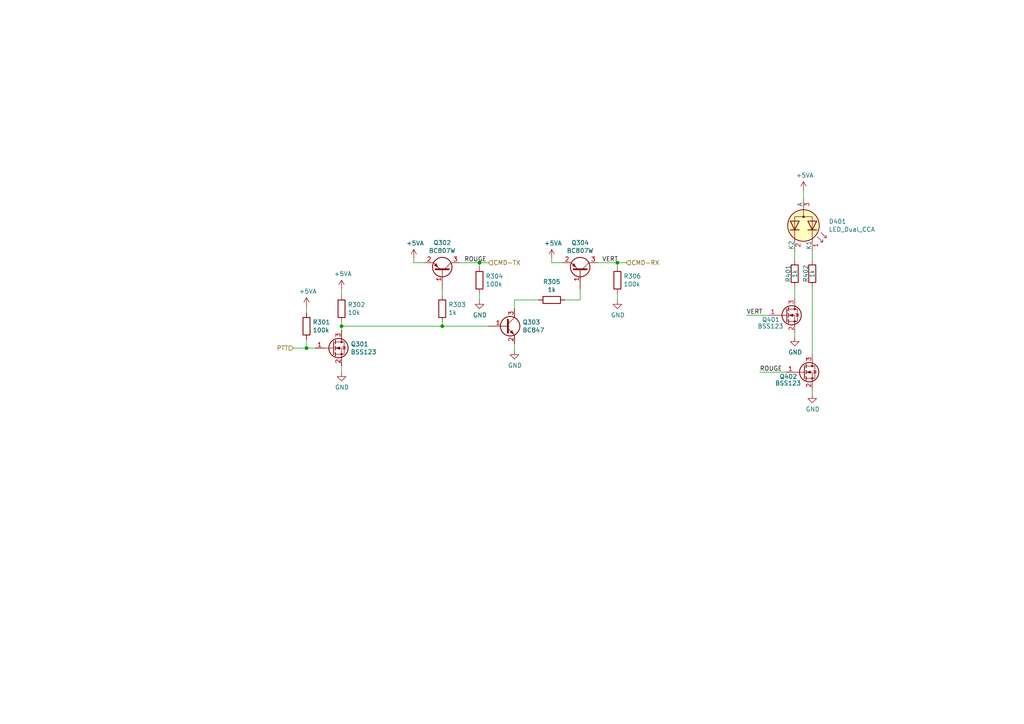
<source format=kicad_sch>
(kicad_sch (version 20211123) (generator eeschema)
  (paper "A4")
  (lib_symbols
    (symbol "Audio-IN_OUT-rescue:LED_Dual_CCA-Device" (pin_names (offset 0))
      (property "Reference" "D" (at 0 5.715 0))
      (property "Value" "LED_Dual_CCA-Device" (at 0 -6.35 0))
      (symbol "LED_Dual_CCA-Device_0_1"
        (circle (center -2.54 0) (radius 0.2794) (fill (type outline)))
        (polyline (pts (xy -4.572 0) (xy -2.54 0)))
        (polyline (pts (xy 1.27 -1.27) (xy 1.27 -3.81)) (stroke (width 0.254)))
        (polyline (pts (xy 1.27 3.81) (xy 1.27 1.27)) (stroke (width 0.254)))
        (polyline (pts (xy 3.81 -2.54) (xy 1.905 -2.54)))
        (polyline (pts (xy 3.81 2.54) (xy 1.905 2.54)))
        (polyline (pts (xy -1.27 -1.27) (xy -1.27 -3.81) (xy 1.27 -2.54) (xy -1.27 -1.27)) (stroke (width 0.254)))
        (polyline (pts (xy -1.27 3.81) (xy -1.27 1.27) (xy 1.27 2.54) (xy -1.27 3.81)) (stroke (width 0.254)))
        (polyline (pts (xy 2.032 2.54) (xy -2.54 2.54) (xy -2.54 -2.54) (xy 2.032 -2.54)))
        (polyline (pts (xy 2.032 5.08) (xy 3.556 6.604) (xy 2.794 6.604) (xy 3.556 6.604) (xy 3.556 5.842)))
        (polyline (pts (xy 3.302 4.064) (xy 4.826 5.588) (xy 4.064 5.588) (xy 4.826 5.588) (xy 4.826 4.826)))
        (circle (center 0 0) (radius 4.572) (stroke (width 0.254)) (fill (type background)))
      )
      (symbol "LED_Dual_CCA-Device_1_1"
        (pin input line (at 7.62 2.54 180) (length 3.81) (name "K1") (number "1"))
        (pin input line (at 7.62 -2.54 180) (length 3.81) (name "K2") (number "2"))
        (pin input line (at -7.62 0 0) (length 3.048) (name "A") (number "3"))
      )
    )
    (symbol "Device:R" (pin_numbers hide) (pin_names (offset 0))
      (property "Reference" "R" (at 2.032 0 90))
      (property "Value" "R" (at 0 0 90))
      (symbol "R_0_1"
        (rectangle (start -1.016 -2.54) (end 1.016 2.54) (stroke (width 0.254)))
      )
      (symbol "R_1_1"
        (pin passive line (at 0 3.81 270) (length 1.27) (name "~") (number "1"))
        (pin passive line (at 0 -3.81 90) (length 1.27) (name "~") (number "2"))
      )
    )
    (symbol "Transistor_BJT:BC807W" (pin_names (offset 0) hide)
      (property "Reference" "Q" (at 5.08 1.905 0))
      (property "Value" "BC807W" (at 5.08 0 0))
      (symbol "BC807W_0_1"
        (polyline (pts (xy 0.635 0.635) (xy 2.54 2.54)))
        (polyline (pts (xy 0.635 -0.635) (xy 2.54 -2.54) (xy 2.54 -2.54)))
        (polyline (pts (xy 0.635 1.905) (xy 0.635 -1.905) (xy 0.635 -1.905)) (stroke (width 0.508)))
        (polyline (pts (xy 2.286 -1.778) (xy 1.778 -2.286) (xy 1.27 -1.27) (xy 2.286 -1.778) (xy 2.286 -1.778)) (fill (type outline)))
        (circle (center 1.27 0) (radius 2.8194) (stroke (width 0.254)))
      )
      (symbol "BC807W_1_1"
        (pin input line (at -5.08 0 0) (length 5.715) (name "B") (number "1"))
        (pin passive line (at 2.54 -5.08 90) (length 2.54) (name "E") (number "2"))
        (pin passive line (at 2.54 5.08 270) (length 2.54) (name "C") (number "3"))
      )
    )
    (symbol "Transistor_BJT:BC847" (pin_names (offset 0) hide)
      (property "Reference" "Q" (at 5.08 1.905 0))
      (property "Value" "BC847" (at 5.08 0 0))
      (symbol "BC847_0_1"
        (polyline (pts (xy 0.635 0.635) (xy 2.54 2.54)))
        (polyline (pts (xy 0.635 -0.635) (xy 2.54 -2.54) (xy 2.54 -2.54)))
        (polyline (pts (xy 0.635 1.905) (xy 0.635 -1.905) (xy 0.635 -1.905)) (stroke (width 0.508)))
        (polyline (pts (xy 1.27 -1.778) (xy 1.778 -1.27) (xy 2.286 -2.286) (xy 1.27 -1.778) (xy 1.27 -1.778)) (fill (type outline)))
        (circle (center 1.27 0) (radius 2.8194) (stroke (width 0.254)))
      )
      (symbol "BC847_1_1"
        (pin input line (at -5.08 0 0) (length 5.715) (name "B") (number "1"))
        (pin passive line (at 2.54 -5.08 90) (length 2.54) (name "E") (number "2"))
        (pin passive line (at 2.54 5.08 270) (length 2.54) (name "C") (number "3"))
      )
    )
    (symbol "Transistor_FET:BSS123" (pin_names hide)
      (property "Reference" "Q" (at 5.08 1.905 0))
      (property "Value" "BSS123" (at 5.08 0 0))
      (symbol "BSS123_0_1"
        (polyline (pts (xy 0.254 0) (xy -2.54 0)))
        (polyline (pts (xy 0.254 1.905) (xy 0.254 -1.905)) (stroke (width 0.254)))
        (polyline (pts (xy 0.762 -1.27) (xy 0.762 -2.286)) (stroke (width 0.254)))
        (polyline (pts (xy 0.762 0.508) (xy 0.762 -0.508)) (stroke (width 0.254)))
        (polyline (pts (xy 0.762 2.286) (xy 0.762 1.27)) (stroke (width 0.254)))
        (polyline (pts (xy 2.54 2.54) (xy 2.54 1.778)))
        (polyline (pts (xy 2.54 -2.54) (xy 2.54 0) (xy 0.762 0)))
        (polyline (pts (xy 0.762 -1.778) (xy 3.302 -1.778) (xy 3.302 1.778) (xy 0.762 1.778)))
        (polyline (pts (xy 1.016 0) (xy 2.032 0.381) (xy 2.032 -0.381) (xy 1.016 0)) (fill (type outline)))
        (polyline (pts (xy 2.794 0.508) (xy 2.921 0.381) (xy 3.683 0.381) (xy 3.81 0.254)))
        (polyline (pts (xy 3.302 0.381) (xy 2.921 -0.254) (xy 3.683 -0.254) (xy 3.302 0.381)))
        (circle (center 1.651 0) (radius 2.794) (stroke (width 0.254)))
        (circle (center 2.54 -1.778) (radius 0.254) (fill (type outline)))
        (circle (center 2.54 1.778) (radius 0.254) (fill (type outline)))
      )
      (symbol "BSS123_1_1"
        (pin input line (at -5.08 0 0) (length 2.54) (name "G") (number "1"))
        (pin passive line (at 2.54 -5.08 90) (length 2.54) (name "S") (number "2"))
        (pin passive line (at 2.54 5.08 270) (length 2.54) (name "D") (number "3"))
      )
    )
    (symbol "power:+5VA" (power) (pin_names (offset 0))
      (property "Value" "+5VA" (at 0 3.556 0))
      (symbol "+5VA_0_1"
        (polyline (pts (xy -0.762 1.27) (xy 0 2.54)))
        (polyline (pts (xy 0 0) (xy 0 2.54)))
        (polyline (pts (xy 0 2.54) (xy 0.762 1.27)))
      )
      (symbol "+5VA_1_1"
        (pin power_in line (at 0 0 90) (length 0) hide (name "+5VA") (number "1"))
      )
    )
    (symbol "power:GND" (power) (pin_names (offset 0))
      (property "Value" "GND" (at 0 -3.81 0))
      (symbol "GND_0_1"
        (polyline (pts (xy 0 0) (xy 0 -1.27) (xy 1.27 -1.27) (xy 0 -2.54) (xy -1.27 -1.27) (xy 0 -1.27)))
      )
      (symbol "GND_1_1"
        (pin power_in line (at 0 0 270) (length 0) hide (name "GND") (number "1"))
      )
    )
  )
  (junction (at 179.07 76.2))
  (junction (at 88.9 100.965))
  (junction (at 139.065 76.2))
  (junction (at 128.27 94.615))
  (junction (at 99.06 94.615))
  (wire (pts (xy 179.07 76.2) (xy 179.07 77.47)))
  (wire (pts (xy 168.275 83.82) (xy 168.275 86.995)))
  (wire (pts (xy 99.06 85.725) (xy 99.06 83.82)))
  (wire (pts (xy 227.965 107.95) (xy 220.345 107.95)))
  (wire (pts (xy 156.21 86.995) (xy 149.225 86.995)))
  (wire (pts (xy 222.885 91.44) (xy 216.535 91.44)))
  (wire (pts (xy 235.585 83.185) (xy 235.585 102.87)))
  (wire (pts (xy 149.225 86.995) (xy 149.225 89.535)))
  (wire (pts (xy 99.06 93.345) (xy 99.06 94.615)))
  (wire (pts (xy 88.9 100.965) (xy 91.44 100.965)))
  (wire (pts (xy 163.195 76.2) (xy 160.02 76.2)))
  (wire (pts (xy 139.065 76.2) (xy 141.605 76.2)))
  (wire (pts (xy 149.225 99.695) (xy 149.225 101.6)))
  (wire (pts (xy 128.27 93.345) (xy 128.27 94.615)))
  (wire (pts (xy 99.06 94.615) (xy 99.06 95.885)))
  (wire (pts (xy 235.585 113.03) (xy 235.585 114.3)))
  (wire (pts (xy 163.83 86.995) (xy 168.275 86.995)))
  (wire (pts (xy 230.505 73.025) (xy 230.505 75.565)))
  (wire (pts (xy 139.065 85.09) (xy 139.065 86.995)))
  (wire (pts (xy 120.015 76.2) (xy 120.015 74.93)))
  (wire (pts (xy 233.045 57.785) (xy 233.045 55.245)))
  (wire (pts (xy 99.06 94.615) (xy 128.27 94.615)))
  (wire (pts (xy 179.07 85.09) (xy 179.07 86.995)))
  (wire (pts (xy 230.505 96.52) (xy 230.505 97.79)))
  (wire (pts (xy 139.065 76.2) (xy 139.065 77.47)))
  (wire (pts (xy 179.07 76.2) (xy 181.61 76.2)))
  (wire (pts (xy 123.19 76.2) (xy 120.015 76.2)))
  (wire (pts (xy 173.355 76.2) (xy 179.07 76.2)))
  (wire (pts (xy 128.27 83.82) (xy 128.27 85.725)))
  (wire (pts (xy 133.35 76.2) (xy 139.065 76.2)))
  (wire (pts (xy 235.585 73.025) (xy 235.585 75.565)))
  (wire (pts (xy 128.27 94.615) (xy 141.605 94.615)))
  (wire (pts (xy 99.06 106.045) (xy 99.06 107.95)))
  (wire (pts (xy 230.505 83.185) (xy 230.505 86.36)))
  (wire (pts (xy 85.09 100.965) (xy 88.9 100.965)))
  (wire (pts (xy 160.02 76.2) (xy 160.02 74.93)))
  (wire (pts (xy 88.9 98.425) (xy 88.9 100.965)))
  (wire (pts (xy 88.9 90.805) (xy 88.9 88.9)))
  (label "ROUGE" (at 220.345 107.95 0))
  (label "VERT" (at 216.535 91.44 0))
  (label "VERT" (at 174.625 76.2 0))
  (label "ROUGE" (at 134.62 76.2 0))
  (hierarchical_label "CMD-TX" (shape input) (at 141.605 76.2 0))
  (hierarchical_label "CMD-RX" (shape input) (at 181.61 76.2 0))
  (hierarchical_label "PTT" (shape input) (at 85.09 100.965 180))
  (symbol (lib_id "Transistor_BJT:BC807W") (at 128.27 78.74 270) (mirror x) (unit 1)
    (property "Reference" "Q302" (at 128.27 70.4088 90))
    (property "Value" "BC807W" (at 128.27 72.7202 90))
    (property "Footprint" "Package_TO_SOT_SMD:SOT-23" (effects hide))
    (property "Datasheet" "https://www.onsemi.com/pub/Collateral/BC808-D.pdf" (effects hide))
  )
  (symbol (lib_id "Device:R") (at 99.06 89.535 0) (unit 1)
    (property "Reference" "R302" (at 100.838 88.3666 0) (effects (justify left)))
    (property "Value" "10k" (at 100.838 90.678 0) (effects (justify left)))
    (property "Footprint" "Resistor_SMD:R_0603_1608Metric" (effects hide))
  )
  (symbol (lib_id "Device:R") (at 88.9 94.615 180) (unit 1)
    (property "Reference" "R301" (at 90.678 93.4466 0) (effects (justify right)))
    (property "Value" "100k" (at 90.678 95.758 0) (effects (justify right)))
    (property "Footprint" "Resistor_SMD:R_0603_1608Metric" (effects hide))
  )
  (symbol (lib_id "Transistor_FET:BSS123") (at 96.52 100.965 0) (unit 1)
    (property "Reference" "Q301" (at 101.7016 99.7966 0) (effects (justify left)))
    (property "Value" "BSS123" (at 101.7016 102.108 0) (effects (justify left)))
    (property "Footprint" "Package_TO_SOT_SMD:SOT-23" (effects hide))
    (property "Datasheet" "http://www.diodes.com/assets/Datasheets/ds30366.pdf" (effects hide))
  )
  (symbol (lib_id "power:GND") (at 99.06 107.95 0) (unit 1)
    (property "Reference" "#PWR0161" (effects hide))
    (property "Value" "GND" (at 99.187 112.3442 0))
  )
  (symbol (lib_id "power:+5VA") (at 88.9 88.9 0) (unit 1)
    (property "Reference" "#PWR0160" (effects hide))
    (property "Value" "+5VA" (at 89.281 84.5058 0))
  )
  (symbol (lib_id "power:+5VA") (at 99.06 83.82 0) (unit 1)
    (property "Reference" "#PWR0159" (effects hide))
    (property "Value" "+5VA" (at 99.441 79.4258 0))
  )
  (symbol (lib_id "Device:R") (at 128.27 89.535 180) (unit 1)
    (property "Reference" "R303" (at 130.048 88.3666 0) (effects (justify right)))
    (property "Value" "1k" (at 130.048 90.678 0) (effects (justify right)))
    (property "Footprint" "Resistor_SMD:R_0603_1608Metric" (effects hide))
  )
  (symbol (lib_id "power:+5VA") (at 120.015 74.93 0) (unit 1)
    (property "Reference" "#PWR0158" (effects hide))
    (property "Value" "+5VA" (at 120.396 70.5358 0))
  )
  (symbol (lib_id "Device:R") (at 139.065 81.28 0) (unit 1)
    (property "Reference" "R304" (at 140.843 80.1116 0) (effects (justify left)))
    (property "Value" "100k" (at 140.843 82.423 0) (effects (justify left)))
    (property "Footprint" "Resistor_SMD:R_0603_1608Metric" (effects hide))
  )
  (symbol (lib_id "Transistor_BJT:BC847") (at 146.685 94.615 0) (unit 1)
    (property "Reference" "Q303" (at 151.5364 93.4466 0) (effects (justify left)))
    (property "Value" "BC847" (at 151.5364 95.758 0) (effects (justify left)))
    (property "Footprint" "Package_TO_SOT_SMD:SOT-323_SC-70" (effects hide))
    (property "Datasheet" "http://www.infineon.com/dgdl/Infineon-BC847SERIES_BC848SERIES_BC849SERIES_BC850SERIES-DS-v01_01-en.pdf?fileId=db3a304314dca389011541d4630a1657" (effects hide))
  )
  (symbol (lib_id "Transistor_BJT:BC807W") (at 168.275 78.74 270) (mirror x) (unit 1)
    (property "Reference" "Q304" (at 168.275 70.4088 90))
    (property "Value" "BC807W" (at 168.275 72.7202 90))
    (property "Footprint" "Package_TO_SOT_SMD:SOT-23" (effects hide))
    (property "Datasheet" "https://www.onsemi.com/pub/Collateral/BC808-D.pdf" (effects hide))
  )
  (symbol (lib_id "Device:R") (at 160.02 86.995 90) (unit 1)
    (property "Reference" "R305" (at 160.02 81.7372 90))
    (property "Value" "1k" (at 160.02 84.0486 90))
    (property "Footprint" "Resistor_SMD:R_0603_1608Metric" (effects hide))
  )
  (symbol (lib_id "power:+5VA") (at 160.02 74.93 0) (unit 1)
    (property "Reference" "#PWR0162" (effects hide))
    (property "Value" "+5VA" (at 160.401 70.5358 0))
  )
  (symbol (lib_id "Device:R") (at 179.07 81.28 0) (unit 1)
    (property "Reference" "R306" (at 180.848 80.1116 0) (effects (justify left)))
    (property "Value" "100k" (at 180.848 82.423 0) (effects (justify left)))
    (property "Footprint" "Resistor_SMD:R_0603_1608Metric" (effects hide))
  )
  (symbol (lib_id "power:GND") (at 149.225 101.6 0) (unit 1)
    (property "Reference" "#PWR0163" (effects hide))
    (property "Value" "GND" (at 149.352 105.9942 0))
  )
  (symbol (lib_id "Audio-IN_OUT-rescue:LED_Dual_CCA-Device") (at 233.045 65.405 270) (unit 1)
    (property "Reference" "D401" (at 240.3602 64.2366 90) (effects (justify left)))
    (property "Value" "LED_Dual_CCA" (at 240.3602 66.548 90) (effects (justify left)))
    (property "Footprint" "LED_SMD:LED_LiteOn_LTST-S326" (effects hide))
  )
  (symbol (lib_id "Transistor_FET:BSS123") (at 227.965 91.44 0) (unit 1)
    (property "Reference" "Q401" (at 220.98 92.71 0) (effects (justify left)))
    (property "Value" "BSS123" (at 219.71 94.615 0) (effects (justify left)))
    (property "Footprint" "Package_TO_SOT_SMD:SOT-23" (effects hide))
    (property "Datasheet" "http://www.diodes.com/assets/Datasheets/ds30366.pdf" (effects hide))
  )
  (symbol (lib_id "Transistor_FET:BSS123") (at 233.045 107.95 0) (unit 1)
    (property "Reference" "Q402" (at 226.06 109.22 0) (effects (justify left)))
    (property "Value" "BSS123" (at 224.79 111.125 0) (effects (justify left)))
    (property "Footprint" "Package_TO_SOT_SMD:SOT-23" (effects hide))
    (property "Datasheet" "http://www.diodes.com/assets/Datasheets/ds30366.pdf" (effects hide))
  )
  (symbol (lib_id "Device:R") (at 230.505 79.375 0) (unit 1)
    (property "Reference" "R401" (at 228.6 81.915 90) (effects (justify left)))
    (property "Value" "1k" (at 230.505 80.645 90) (effects (justify left)))
    (property "Footprint" "Resistor_SMD:R_0603_1608Metric" (effects hide))
  )
  (symbol (lib_id "Device:R") (at 235.585 79.375 0) (unit 1)
    (property "Reference" "R402" (at 233.68 81.915 90) (effects (justify left)))
    (property "Value" "1k" (at 235.585 80.645 90) (effects (justify left)))
    (property "Footprint" "Resistor_SMD:R_0603_1608Metric" (effects hide))
  )
  (symbol (lib_id "power:GND") (at 235.585 114.3 0) (unit 1)
    (property "Reference" "#PWR0165" (effects hide))
    (property "Value" "GND" (at 235.712 118.6942 0))
  )
  (symbol (lib_id "power:GND") (at 230.505 97.79 0) (unit 1)
    (property "Reference" "#PWR0166" (effects hide))
    (property "Value" "GND" (at 230.632 102.1842 0))
  )
  (symbol (lib_id "power:+5VA") (at 233.045 55.245 0) (unit 1)
    (property "Reference" "#PWR0179" (effects hide))
    (property "Value" "+5VA" (at 233.426 50.8508 0))
  )
  (symbol (lib_id "power:GND") (at 179.07 86.995 0) (unit 1)
    (property "Reference" "#PWR0180" (effects hide))
    (property "Value" "GND" (at 179.197 91.3892 0))
  )
  (symbol (lib_id "power:GND") (at 139.065 86.995 0) (unit 1)
    (property "Reference" "#PWR0181" (effects hide))
    (property "Value" "GND" (at 139.192 91.3892 0))
  )
)
</source>
